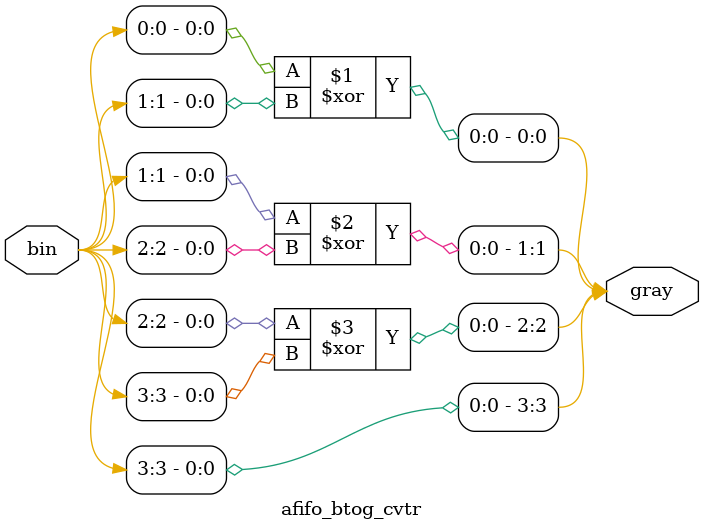
<source format=v>
`timescale 1ns / 1ps


module afifo_btog_cvtr #(
    parameter WIDTH = 4
) ( 
    input  [WIDTH-1:0] bin,
    output [WIDTH-1:0] gray
    );
    
    genvar i;
    generate
    for(i = 0; i < WIDTH-1; i = i + 1) begin: afifo_b2g
        assign gray[i] = bin[i] ^ bin[i+1];
    end
    endgenerate

    assign gray[WIDTH-1] = bin[WIDTH-1];
    
    
endmodule


</source>
